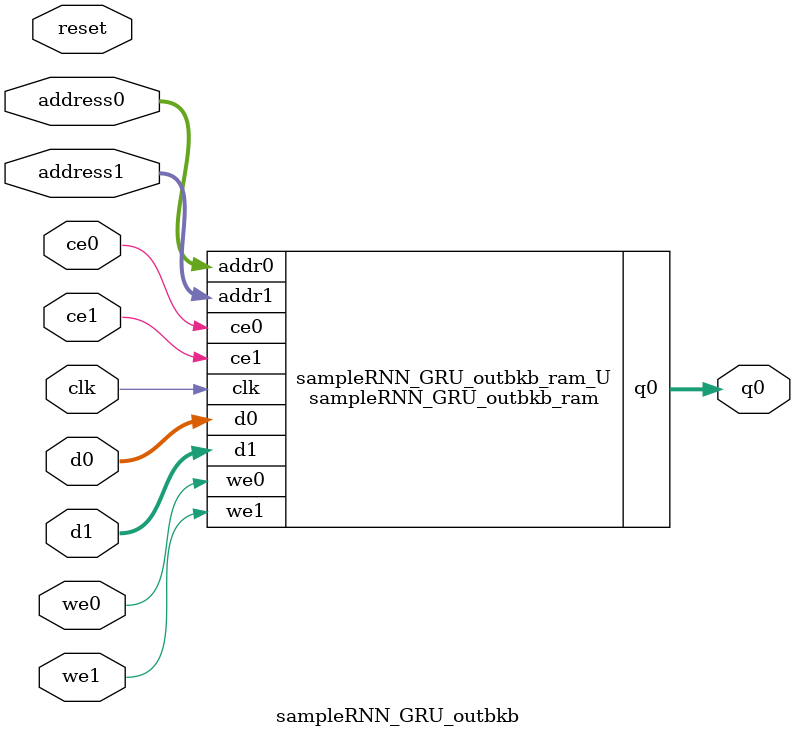
<source format=v>

`timescale 1 ns / 1 ps
module sampleRNN_GRU_outbkb_ram (addr0, ce0, d0, we0, q0, addr1, ce1, d1, we1,  clk);

parameter DWIDTH = 32;
parameter AWIDTH = 9;
parameter MEM_SIZE = 384;

input[AWIDTH-1:0] addr0;
input ce0;
input[DWIDTH-1:0] d0;
input we0;
output reg[DWIDTH-1:0] q0;
input[AWIDTH-1:0] addr1;
input ce1;
input[DWIDTH-1:0] d1;
input we1;
input clk;

(* ram_style = "block" *)reg [DWIDTH-1:0] ram[0:MEM_SIZE-1];




always @(posedge clk)  
begin 
    if (ce0) 
    begin
        if (we0) 
        begin 
            ram[addr0] <= d0; 
            q0 <= d0;
        end 
        else 
            q0 <= ram[addr0];
    end
end


always @(posedge clk)  
begin 
    if (ce1) 
    begin
        if (we1) 
        begin 
            ram[addr1] <= d1; 
        end 
    end
end


endmodule


`timescale 1 ns / 1 ps
module sampleRNN_GRU_outbkb(
    reset,
    clk,
    address0,
    ce0,
    we0,
    d0,
    q0,
    address1,
    ce1,
    we1,
    d1);

parameter DataWidth = 32'd32;
parameter AddressRange = 32'd384;
parameter AddressWidth = 32'd9;
input reset;
input clk;
input[AddressWidth - 1:0] address0;
input ce0;
input we0;
input[DataWidth - 1:0] d0;
output[DataWidth - 1:0] q0;
input[AddressWidth - 1:0] address1;
input ce1;
input we1;
input[DataWidth - 1:0] d1;



sampleRNN_GRU_outbkb_ram sampleRNN_GRU_outbkb_ram_U(
    .clk( clk ),
    .addr0( address0 ),
    .ce0( ce0 ),
    .we0( we0 ),
    .d0( d0 ),
    .q0( q0 ),
    .addr1( address1 ),
    .ce1( ce1 ),
    .we1( we1 ),
    .d1( d1 ));

endmodule


</source>
